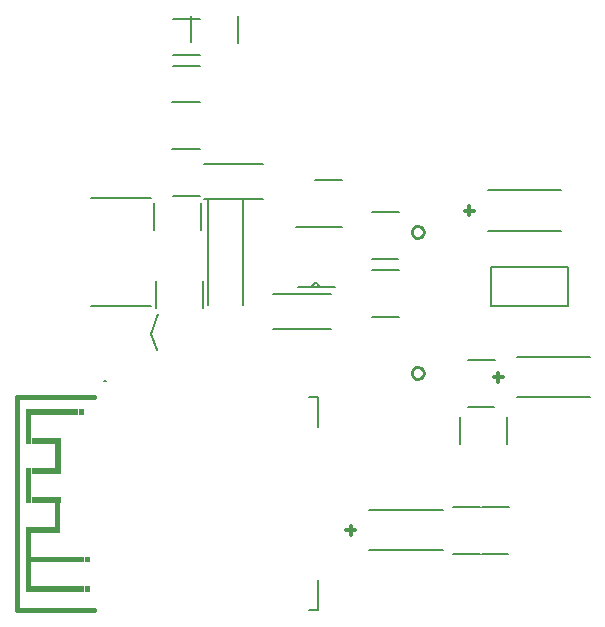
<source format=gbo>
G04 Layer_Color=32896*
%FSLAX25Y25*%
%MOIN*%
G70*
G01*
G75*
%ADD10C,0.01575*%
%ADD24C,0.01000*%
%ADD40C,0.01181*%
%ADD56C,0.00787*%
G36*
X134740Y172358D02*
X134745D01*
Y170382D01*
X134740D01*
Y160539D01*
X125041D01*
Y152610D01*
X142689D01*
Y150697D01*
X125041D01*
Y142741D01*
X142694D01*
Y140854D01*
X123126D01*
Y142741D01*
Y150697D01*
Y152610D01*
Y160539D01*
Y162477D01*
X128821D01*
Y162473D01*
X132968D01*
Y170382D01*
X125094D01*
Y172358D01*
X132968D01*
Y172359D01*
X134740D01*
Y172358D01*
D02*
G37*
G36*
X144712Y150697D02*
X142811D01*
Y152634D01*
X144712D01*
Y150697D01*
D02*
G37*
G36*
X144679Y140854D02*
X142811D01*
Y142748D01*
X144679D01*
Y140854D01*
D02*
G37*
G36*
X124902Y170382D02*
X123126D01*
Y182233D01*
X124902D01*
Y170382D01*
D02*
G37*
G36*
X142711Y199909D02*
X140842D01*
Y201958D01*
X142711D01*
Y199909D01*
D02*
G37*
G36*
X140729D02*
X125030D01*
Y190067D01*
X123126D01*
Y199909D01*
Y201965D01*
X140729D01*
Y199909D01*
D02*
G37*
G36*
X134750Y192068D02*
X134866D01*
Y180224D01*
X125094D01*
Y182233D01*
X132968D01*
Y190067D01*
X125094D01*
Y192121D01*
X134750D01*
Y192068D01*
D02*
G37*
D10*
X120173Y205815D02*
X145764D01*
X120173Y134949D02*
Y205815D01*
Y134949D02*
X145764D01*
D24*
X255834Y260850D02*
X255604Y261783D01*
X254967Y262503D01*
X254069Y262843D01*
X253115Y262727D01*
X252324Y262182D01*
X251878Y261331D01*
Y260370D01*
X252324Y259519D01*
X253115Y258973D01*
X254069Y258857D01*
X254967Y259198D01*
X255604Y259917D01*
X255834Y260850D01*
Y213850D02*
X255604Y214783D01*
X254967Y215503D01*
X254069Y215843D01*
X253115Y215727D01*
X252324Y215182D01*
X251878Y214331D01*
Y213370D01*
X252324Y212519D01*
X253115Y211973D01*
X254069Y211858D01*
X254967Y212198D01*
X255604Y212917D01*
X255834Y213850D01*
D40*
X231535Y159917D02*
Y162917D01*
X230035Y161417D02*
X233035D01*
X280650Y211000D02*
Y214000D01*
X279150Y212500D02*
X282150D01*
X271000Y266500D02*
Y269500D01*
X269500Y268000D02*
X272500D01*
D56*
X221000Y242600D02*
X220649Y243448D01*
X219800Y243800D01*
X218952Y243448D01*
X218600Y242600D01*
X149995Y211189D02*
X149207D01*
X149995D01*
X164805Y226870D02*
X167233Y233461D01*
X164805Y226870D02*
X166978Y221591D01*
X278100Y249299D02*
X303900D01*
Y236299D02*
Y249299D01*
X278100Y236299D02*
X303900D01*
X278100D02*
Y249299D01*
X213792Y242600D02*
X218600D01*
X221000D01*
X226095D01*
X213300Y262400D02*
X226194Y262390D01*
X171872Y288437D02*
X180828D01*
X171970Y304087D02*
X180828D01*
X172276Y319776D02*
X181232D01*
X172275Y304126D02*
X181134D01*
X172244Y316240D02*
X181201D01*
X172343Y331890D02*
X181201D01*
X193996Y323917D02*
Y332874D01*
X178346Y324016D02*
Y332874D01*
X172276Y288576D02*
X181232D01*
X172275Y272926D02*
X181134D01*
X265602Y169043D02*
X274559D01*
X265602Y153394D02*
X274461D01*
X275150Y169043D02*
X284106D01*
X275149Y153394D02*
X284008D01*
X181563Y261520D02*
Y270476D01*
X165913Y261618D02*
Y270476D01*
X182201Y235520D02*
Y244476D01*
X166551Y235618D02*
Y244476D01*
X219520Y262437D02*
X228476D01*
X219618Y278087D02*
X228476D01*
X270524Y218201D02*
X279480D01*
X270524Y202551D02*
X279382D01*
X238524Y267563D02*
X247480D01*
X238524Y251913D02*
X247382D01*
X267815Y190157D02*
Y199114D01*
X283465Y190157D02*
Y199016D01*
X238520Y232437D02*
X247476D01*
X238618Y248087D02*
X247476D01*
X182677Y271949D02*
X202165D01*
X182677Y283465D02*
X202165D01*
X195507Y252157D02*
Y271646D01*
X183991Y252157D02*
Y271646D01*
X195521Y236466D02*
Y255955D01*
X184005Y236466D02*
Y255955D01*
X205512Y228642D02*
X225000D01*
X205512Y240158D02*
X225000D01*
X145059Y272102D02*
X164941D01*
X145059Y236276D02*
X164941D01*
X217614Y205815D02*
X220567D01*
Y195972D02*
Y205815D01*
Y134949D02*
Y144791D01*
X217614Y134949D02*
X220567D01*
X237735Y154717D02*
X262135D01*
X237735Y168117D02*
X262135D01*
X286850Y205800D02*
X311250D01*
X286850Y219200D02*
X311250D01*
X277200Y261300D02*
X301600D01*
X277200Y274700D02*
X301600D01*
M02*

</source>
